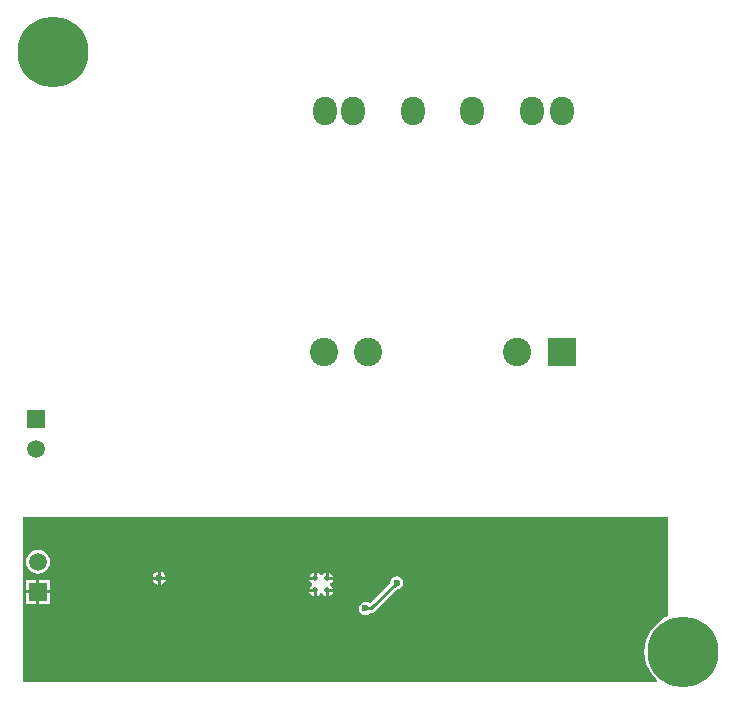
<source format=gbl>
G04*
G04 #@! TF.GenerationSoftware,Altium Limited,Altium Designer,20.2.6 (244)*
G04*
G04 Layer_Physical_Order=2*
G04 Layer_Color=16711680*
%FSLAX25Y25*%
%MOIN*%
G70*
G04*
G04 #@! TF.SameCoordinates,DFA1C72D-2ED7-4C31-8EA1-ECB50900EFAB*
G04*
G04*
G04 #@! TF.FilePolarity,Positive*
G04*
G01*
G75*
%ADD13C,0.01000*%
%ADD42R,0.05906X0.05906*%
%ADD43C,0.05906*%
%ADD44C,0.23622*%
%ADD45O,0.07874X0.09449*%
%ADD46C,0.09449*%
%ADD47R,0.09449X0.09449*%
%ADD48C,0.01968*%
%ADD49C,0.02362*%
G36*
X225000Y31795D02*
X224166Y31450D01*
X222447Y30396D01*
X220913Y29087D01*
X219604Y27553D01*
X218550Y25834D01*
X217778Y23971D01*
X217308Y22010D01*
X217149Y20000D01*
X217308Y17990D01*
X217778Y16029D01*
X218550Y14166D01*
X219604Y12447D01*
X220913Y10913D01*
X221433Y10469D01*
X221260Y10000D01*
X10000Y10000D01*
X10000Y65000D01*
X225000Y65000D01*
X225000Y31795D01*
D02*
G37*
%LPC*%
G36*
X15000Y53987D02*
X13968Y53851D01*
X13007Y53453D01*
X12181Y52819D01*
X11547Y51993D01*
X11149Y51032D01*
X11013Y50000D01*
X11149Y48968D01*
X11547Y48007D01*
X12181Y47181D01*
X13007Y46547D01*
X13968Y46149D01*
X15000Y46013D01*
X16032Y46149D01*
X16993Y46547D01*
X17819Y47181D01*
X18453Y48007D01*
X18851Y48968D01*
X18987Y50000D01*
X18851Y51032D01*
X18453Y51993D01*
X17819Y52819D01*
X16993Y53453D01*
X16032Y53851D01*
X15000Y53987D01*
D02*
G37*
G36*
X110864Y46386D02*
X110590Y46331D01*
X109934Y45893D01*
X109697Y45538D01*
X109095D01*
X108858Y45893D01*
X108202Y46331D01*
X107927Y46386D01*
Y44462D01*
X107427D01*
Y43962D01*
X105504D01*
X105558Y43688D01*
X105997Y43032D01*
X106352Y42794D01*
Y42193D01*
X105997Y41956D01*
X105558Y41300D01*
X105504Y41025D01*
X107427D01*
Y40525D01*
X107927D01*
Y38602D01*
X108202Y38656D01*
X108858Y39095D01*
X109095Y39450D01*
X109697D01*
X109934Y39095D01*
X110590Y38656D01*
X110864Y38602D01*
Y40525D01*
X111364D01*
Y41025D01*
X113288D01*
X113234Y41300D01*
X112795Y41956D01*
X112440Y42193D01*
Y42794D01*
X112795Y43032D01*
X113234Y43688D01*
X113288Y43962D01*
X111364D01*
Y44462D01*
X110864D01*
Y46386D01*
D02*
G37*
G36*
X55903Y46676D02*
Y45052D01*
X57527D01*
X57457Y45403D01*
X56975Y46124D01*
X56254Y46606D01*
X55903Y46676D01*
D02*
G37*
G36*
X54903D02*
X54552Y46606D01*
X53830Y46124D01*
X53348Y45403D01*
X53278Y45052D01*
X54903D01*
Y46676D01*
D02*
G37*
G36*
X111864Y46386D02*
Y44962D01*
X113288D01*
X113234Y45237D01*
X112795Y45893D01*
X112139Y46331D01*
X111864Y46386D01*
D02*
G37*
G36*
X106927D02*
X106653Y46331D01*
X105997Y45893D01*
X105558Y45237D01*
X105504Y44962D01*
X106927D01*
Y46386D01*
D02*
G37*
G36*
X57527Y44052D02*
X55903D01*
Y42427D01*
X56254Y42497D01*
X56975Y42979D01*
X57457Y43701D01*
X57527Y44052D01*
D02*
G37*
G36*
X54903D02*
X53278D01*
X53348Y43701D01*
X53830Y42979D01*
X54552Y42497D01*
X54903Y42427D01*
Y44052D01*
D02*
G37*
G36*
X134569Y45221D02*
X133718Y45052D01*
X132997Y44569D01*
X132515Y43848D01*
X132345Y42997D01*
X132355Y42946D01*
X125537Y36127D01*
X124999Y36486D01*
X124148Y36655D01*
X123297Y36486D01*
X122576Y36004D01*
X122094Y35282D01*
X121924Y34431D01*
X122094Y33580D01*
X122576Y32859D01*
X123297Y32377D01*
X124148Y32208D01*
X124999Y32377D01*
X125721Y32859D01*
X125750Y32902D01*
X126004D01*
X126589Y33018D01*
X127085Y33350D01*
X134518Y40783D01*
X134569Y40773D01*
X135420Y40942D01*
X136142Y41424D01*
X136624Y42146D01*
X136793Y42997D01*
X136624Y43848D01*
X136142Y44569D01*
X135420Y45052D01*
X134569Y45221D01*
D02*
G37*
G36*
X18953Y43953D02*
X15500D01*
Y40500D01*
X18953D01*
Y43953D01*
D02*
G37*
G36*
X14500D02*
X11047D01*
Y40500D01*
X14500D01*
Y43953D01*
D02*
G37*
G36*
X113288Y40025D02*
X111864D01*
Y38602D01*
X112139Y38656D01*
X112795Y39095D01*
X113234Y39751D01*
X113288Y40025D01*
D02*
G37*
G36*
X106927D02*
X105504D01*
X105558Y39751D01*
X105997Y39095D01*
X106653Y38656D01*
X106927Y38602D01*
Y40025D01*
D02*
G37*
G36*
X18953Y39500D02*
X15500D01*
Y36047D01*
X18953D01*
Y39500D01*
D02*
G37*
G36*
X14500D02*
X11047D01*
Y36047D01*
X14500D01*
Y39500D01*
D02*
G37*
%LPD*%
D13*
X126004Y34431D02*
X134569Y42997D01*
X124148Y34431D02*
X126004D01*
X134569Y42997D02*
X134569D01*
D42*
X14396Y97494D02*
D03*
X15000Y40000D02*
D03*
D43*
X14396Y87494D02*
D03*
X15000Y50000D02*
D03*
D44*
X230000Y20000D02*
D03*
X20000Y220000D02*
D03*
D45*
X140157Y200118D02*
D03*
X159843D02*
D03*
X179842D02*
D03*
X189842D02*
D03*
X120158D02*
D03*
X110630D02*
D03*
D46*
X174843Y119882D02*
D03*
X125157D02*
D03*
X110236D02*
D03*
D47*
X189842D02*
D03*
D48*
X107427Y40525D02*
D03*
Y44462D02*
D03*
X111364D02*
D03*
Y40525D02*
D03*
D49*
X124148Y34431D02*
D03*
X134569Y42997D02*
D03*
X55403Y44552D02*
D03*
M02*

</source>
